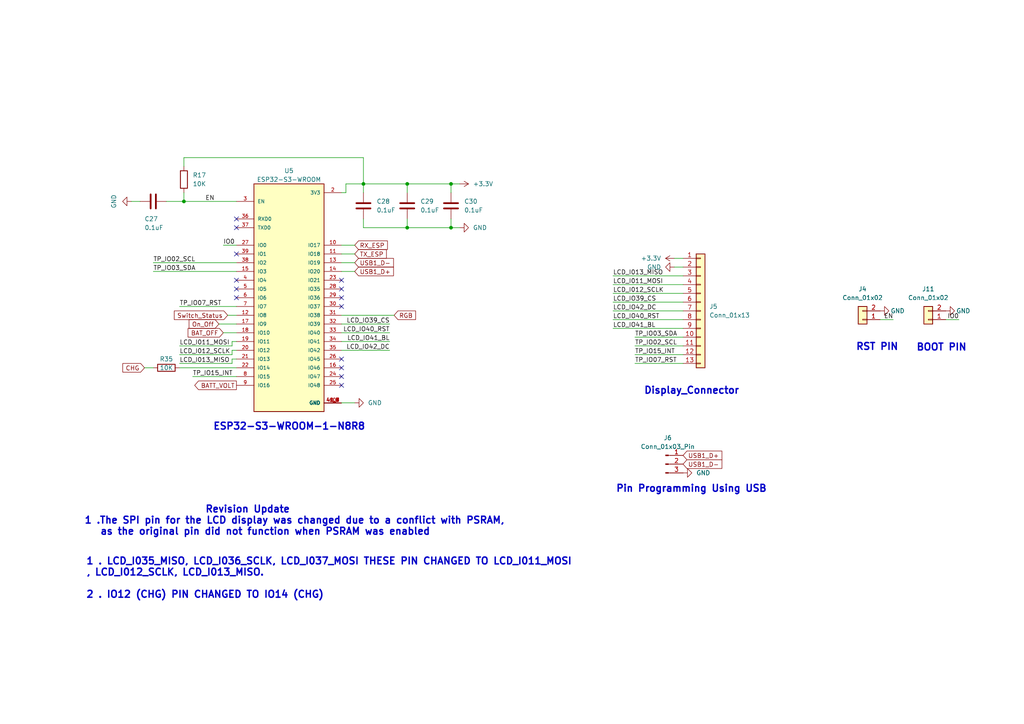
<source format=kicad_sch>
(kicad_sch (version 20250114) (generator "eeschema") (generator_version "9.0")
  (paper "A4")
  (lib_symbols
    (symbol "Connector:Conn_01x03_Pin" (pin_names (offset 1.016) (hide yes))
      (property "Reference" "J" (at 0 5.08 0))
      (property "Value" "Conn_01x03_Pin" (at 0 -5.08 0))
      (symbol "Conn_01x03_Pin_1_1"
        (rectangle (start 0.8636 2.667) (end 0 2.413) (stroke (width 0.1524)) (fill (type outline)))
        (rectangle (start 0.8636 0.127) (end 0 -0.127) (stroke (width 0.1524)) (fill (type outline)))
        (rectangle (start 0.8636 -2.413) (end 0 -2.667) (stroke (width 0.1524)) (fill (type outline)))
        (polyline (pts (xy 1.27 2.54) (xy 0.8636 2.54)) (stroke (width 0.1524)))
        (polyline (pts (xy 1.27 0) (xy 0.8636 0)) (stroke (width 0.1524)))
        (polyline (pts (xy 1.27 -2.54) (xy 0.8636 -2.54)) (stroke (width 0.1524)))
        (pin passive line (at 5.08 2.54 180) (length 3.81) (name "Pin_1") (number "1"))
        (pin passive line (at 5.08 0 180) (length 3.81) (name "Pin_2") (number "2"))
        (pin passive line (at 5.08 -2.54 180) (length 3.81) (name "Pin_3") (number "3"))
      )
    )
    (symbol "Connector_Generic:Conn_01x02" (pin_names (offset 1.016) (hide yes))
      (property "Reference" "J" (at 0 2.54 0))
      (property "Value" "Conn_01x02" (at 0 -5.08 0))
      (symbol "Conn_01x02_1_1"
        (rectangle (start -1.27 1.27) (end 1.27 -3.81) (stroke (width 0.254)) (fill (type background)))
        (rectangle (start -1.27 0.127) (end 0 -0.127) (stroke (width 0.1524)))
        (rectangle (start -1.27 -2.413) (end 0 -2.667) (stroke (width 0.1524)))
        (pin passive line (at -5.08 0 0) (length 3.81) (name "Pin_1") (number "1"))
        (pin passive line (at -5.08 -2.54 0) (length 3.81) (name "Pin_2") (number "2"))
      )
    )
    (symbol "Connector_Generic:Conn_01x13" (pin_names (offset 1.016) (hide yes))
      (property "Reference" "J" (at 0 17.78 0))
      (property "Value" "Conn_01x13" (at 0 -17.78 0))
      (symbol "Conn_01x13_1_1"
        (rectangle (start -1.27 16.51) (end 1.27 -16.51) (stroke (width 0.254)) (fill (type background)))
        (rectangle (start -1.27 15.367) (end 0 15.113) (stroke (width 0.1524)))
        (rectangle (start -1.27 12.827) (end 0 12.573) (stroke (width 0.1524)))
        (rectangle (start -1.27 10.287) (end 0 10.033) (stroke (width 0.1524)))
        (rectangle (start -1.27 7.747) (end 0 7.493) (stroke (width 0.1524)))
        (rectangle (start -1.27 5.207) (end 0 4.953) (stroke (width 0.1524)))
        (rectangle (start -1.27 2.667) (end 0 2.413) (stroke (width 0.1524)))
        (rectangle (start -1.27 0.127) (end 0 -0.127) (stroke (width 0.1524)))
        (rectangle (start -1.27 -2.413) (end 0 -2.667) (stroke (width 0.1524)))
        (rectangle (start -1.27 -4.953) (end 0 -5.207) (stroke (width 0.1524)))
        (rectangle (start -1.27 -7.493) (end 0 -7.747) (stroke (width 0.1524)))
        (rectangle (start -1.27 -10.033) (end 0 -10.287) (stroke (width 0.1524)))
        (rectangle (start -1.27 -12.573) (end 0 -12.827) (stroke (width 0.1524)))
        (rectangle (start -1.27 -15.113) (end 0 -15.367) (stroke (width 0.1524)))
        (pin passive line (at -5.08 15.24 0) (length 3.81) (name "Pin_1") (number "1"))
        (pin passive line (at -5.08 12.7 0) (length 3.81) (name "Pin_2") (number "2"))
        (pin passive line (at -5.08 10.16 0) (length 3.81) (name "Pin_3") (number "3"))
        (pin passive line (at -5.08 7.62 0) (length 3.81) (name "Pin_4") (number "4"))
        (pin passive line (at -5.08 5.08 0) (length 3.81) (name "Pin_5") (number "5"))
        (pin passive line (at -5.08 2.54 0) (length 3.81) (name "Pin_6") (number "6"))
        (pin passive line (at -5.08 0 0) (length 3.81) (name "Pin_7") (number "7"))
        (pin passive line (at -5.08 -2.54 0) (length 3.81) (name "Pin_8") (number "8"))
        (pin passive line (at -5.08 -5.08 0) (length 3.81) (name "Pin_9") (number "9"))
        (pin passive line (at -5.08 -7.62 0) (length 3.81) (name "Pin_10") (number "10"))
        (pin passive line (at -5.08 -10.16 0) (length 3.81) (name "Pin_11") (number "11"))
        (pin passive line (at -5.08 -12.7 0) (length 3.81) (name "Pin_12") (number "12"))
        (pin passive line (at -5.08 -15.24 0) (length 3.81) (name "Pin_13") (number "13"))
      )
    )
    (symbol "Device:C" (pin_numbers (hide yes)) (pin_names (offset 0.254))
      (property "Reference" "C" (at 0.635 2.54 0))
      (property "Value" "C" (at 0.635 -2.54 0))
      (symbol "C_0_1"
        (polyline (pts (xy -2.032 0.762) (xy 2.032 0.762)) (stroke (width 0.508)))
        (polyline (pts (xy -2.032 -0.762) (xy 2.032 -0.762)) (stroke (width 0.508)))
      )
      (symbol "C_1_1"
        (pin passive line (at 0 3.81 270) (length 2.794) (name "~") (number "1"))
        (pin passive line (at 0 -3.81 90) (length 2.794) (name "~") (number "2"))
      )
    )
    (symbol "Device:R" (pin_numbers (hide yes)) (pin_names (offset 0))
      (property "Reference" "R" (at 2.032 0 90))
      (property "Value" "R" (at 0 0 90))
      (symbol "R_0_1"
        (rectangle (start -1.016 -2.54) (end 1.016 2.54) (stroke (width 0.254)))
      )
      (symbol "R_1_1"
        (pin passive line (at 0 3.81 270) (length 1.27) (name "~") (number "1"))
        (pin passive line (at 0 -3.81 90) (length 1.27) (name "~") (number "2"))
      )
    )
    (symbol "Dotworld:ESP32-S3-WROOM" (pin_names (offset 1.016))
      (property "Reference" "U" (at -10.16 34.1122 0))
      (property "Value" "ESP32-S3-WROOM" (at -10.16 -35.56 0))
      (symbol "ESP32-S3-WROOM_0_0"
        (rectangle (start -10.16 -33.02) (end 10.16 33.02) (stroke (width 0.254)) (fill (type background)))
        (pin input line (at -15.24 27.94 0) (length 5.08) (name "EN") (number "3"))
        (pin bidirectional line (at -15.24 22.86 0) (length 5.08) (name "RXD0") (number "36"))
        (pin bidirectional line (at -15.24 20.32 0) (length 5.08) (name "TXD0") (number "37"))
        (pin bidirectional line (at -15.24 15.24 0) (length 5.08) (name "IO0") (number "27"))
        (pin bidirectional line (at -15.24 12.7 0) (length 5.08) (name "IO1") (number "39"))
        (pin bidirectional line (at -15.24 10.16 0) (length 5.08) (name "IO2") (number "38"))
        (pin bidirectional line (at -15.24 7.62 0) (length 5.08) (name "IO3") (number "15"))
        (pin bidirectional line (at -15.24 5.08 0) (length 5.08) (name "IO4") (number "4"))
        (pin bidirectional line (at -15.24 2.54 0) (length 5.08) (name "IO5") (number "5"))
        (pin bidirectional line (at -15.24 0 0) (length 5.08) (name "IO6") (number "6"))
        (pin bidirectional line (at -15.24 -2.54 0) (length 5.08) (name "IO7") (number "7"))
        (pin bidirectional line (at -15.24 -5.08 0) (length 5.08) (name "IO8") (number "12"))
        (pin bidirectional line (at -15.24 -7.62 0) (length 5.08) (name "IO9") (number "17"))
        (pin bidirectional line (at -15.24 -10.16 0) (length 5.08) (name "IO10") (number "18"))
        (pin bidirectional line (at -15.24 -12.7 0) (length 5.08) (name "IO11") (number "19"))
        (pin bidirectional line (at -15.24 -15.24 0) (length 5.08) (name "IO12") (number "20"))
        (pin bidirectional line (at -15.24 -17.78 0) (length 5.08) (name "IO13") (number "21"))
        (pin bidirectional line (at -15.24 -20.32 0) (length 5.08) (name "IO14") (number "22"))
        (pin bidirectional line (at -15.24 -22.86 0) (length 5.08) (name "IO15") (number "8"))
        (pin bidirectional line (at -15.24 -25.4 0) (length 5.08) (name "IO16") (number "9"))
        (pin power_in line (at 15.24 30.48 180) (length 5.08) (name "3V3") (number "2"))
        (pin bidirectional line (at 15.24 15.24 180) (length 5.08) (name "IO17") (number "10"))
        (pin bidirectional line (at 15.24 12.7 180) (length 5.08) (name "IO18") (number "11"))
        (pin bidirectional line (at 15.24 10.16 180) (length 5.08) (name "IO19") (number "13"))
        (pin bidirectional line (at 15.24 7.62 180) (length 5.08) (name "IO20") (number "14"))
        (pin bidirectional line (at 15.24 5.08 180) (length 5.08) (name "IO21") (number "23"))
        (pin bidirectional line (at 15.24 2.54 180) (length 5.08) (name "IO35") (number "28"))
        (pin bidirectional line (at 15.24 0 180) (length 5.08) (name "IO36") (number "29"))
        (pin bidirectional line (at 15.24 -2.54 180) (length 5.08) (name "IO37") (number "30"))
        (pin bidirectional line (at 15.24 -5.08 180) (length 5.08) (name "IO38") (number "31"))
        (pin bidirectional line (at 15.24 -7.62 180) (length 5.08) (name "IO39") (number "32"))
        (pin bidirectional line (at 15.24 -10.16 180) (length 5.08) (name "IO40") (number "33"))
        (pin bidirectional line (at 15.24 -12.7 180) (length 5.08) (name "IO41") (number "34"))
        (pin bidirectional line (at 15.24 -15.24 180) (length 5.08) (name "IO42") (number "35"))
        (pin bidirectional line (at 15.24 -17.78 180) (length 5.08) (name "IO45") (number "26"))
        (pin bidirectional line (at 15.24 -20.32 180) (length 5.08) (name "IO46") (number "16"))
        (pin bidirectional line (at 15.24 -22.86 180) (length 5.08) (name "IO47") (number "24"))
        (pin bidirectional line (at 15.24 -25.4 180) (length 5.08) (name "IO48") (number "25"))
        (pin power_in line (at 15.24 -30.48 180) (length 5.08) (name "GND") (number "1"))
        (pin power_in line (at 15.24 -30.48 180) (length 5.08) (name "GND") (number "40"))
        (pin power_in line (at 15.24 -30.48 180) (length 5.08) (name "GND") (number "41_1"))
        (pin power_in line (at 15.24 -30.48 180) (length 5.08) (name "GND") (number "41_2"))
        (pin power_in line (at 15.24 -30.48 180) (length 5.08) (name "GND") (number "41_3"))
        (pin power_in line (at 15.24 -30.48 180) (length 5.08) (name "GND") (number "41_4"))
        (pin power_in line (at 15.24 -30.48 180) (length 5.08) (name "GND") (number "41_5"))
        (pin power_in line (at 15.24 -30.48 180) (length 5.08) (name "GND") (number "41_6"))
        (pin power_in line (at 15.24 -30.48 180) (length 5.08) (name "GND") (number "41_7"))
        (pin power_in line (at 15.24 -30.48 180) (length 5.08) (name "GND") (number "41_8"))
        (pin power_in line (at 15.24 -30.48 180) (length 5.08) (name "GND") (number "41_9"))
      )
    )
    (symbol "GND_1" (power) (pin_names (offset 0))
      (property "Value" "GND_1" (at 0 -3.81 0))
      (symbol "GND_1_0_1"
        (polyline (pts (xy 0 0) (xy 0 -1.27) (xy 1.27 -1.27) (xy 0 -2.54) (xy -1.27 -1.27) (xy 0 -1.27)))
      )
      (symbol "GND_1_1_1"
        (pin power_in line (at 0 0 270) (length 0) (hide yes) (name "GND") (number "1"))
      )
    )
    (symbol "GND_2" (power) (pin_names (offset 0))
      (property "Value" "GND_2" (at 0 -3.81 0))
      (symbol "GND_2_0_1"
        (polyline (pts (xy 0 0) (xy 0 -1.27) (xy 1.27 -1.27) (xy 0 -2.54) (xy -1.27 -1.27) (xy 0 -1.27)))
      )
      (symbol "GND_2_1_1"
        (pin power_in line (at 0 0 270) (length 0) (hide yes) (name "GND") (number "1"))
      )
    )
    (symbol "power:+3.3V" (power) (pin_names (offset 0))
      (property "Value" "+3.3V" (at 0 3.556 0))
      (symbol "+3.3V_0_1"
        (polyline (pts (xy -0.762 1.27) (xy 0 2.54)))
        (polyline (pts (xy 0 2.54) (xy 0.762 1.27)))
        (polyline (pts (xy 0 0) (xy 0 2.54)))
      )
      (symbol "+3.3V_1_1"
        (pin power_in line (at 0 0 90) (length 0) (hide yes) (name "+3.3V") (number "1"))
      )
    )
    (symbol "power:GND" (power) (pin_names (offset 0))
      (property "Value" "GND" (at 0 -3.81 0))
      (symbol "GND_0_1"
        (polyline (pts (xy 0 0) (xy 0 -1.27) (xy 1.27 -1.27) (xy 0 -2.54) (xy -1.27 -1.27) (xy 0 -1.27)))
      )
      (symbol "GND_1_1"
        (pin power_in line (at 0 0 270) (length 0) (hide yes) (name "GND") (number "1"))
      )
    )
  )
  (text "                       Revision Update\n1 .The SPI pin for the LCD display was changed due to a conflict with PSRAM,\n   as the original pin did not function when PSRAM was enabled\n" (at 24.384 155.448 0) (effects (font (size 2 2) (thickness 0.4) (bold yes)) (justify left bottom)))
  (text "RST PIN\n" (at 248.158 101.854 0) (effects (font (size 2 2) (thickness 0.4) (bold yes)) (justify left bottom)))
  (text "Pin Programming Using USB" (at 178.562 143.002 0) (effects (font (size 2 2) (thickness 0.4) (bold yes)) (justify left bottom)))
  (text "Display_Connector" (at 186.69 114.554 0) (effects (font (size 2 2) (thickness 0.4) (bold yes)) (justify left bottom)))
  (text "1 . LCD_I035_MISO, LCD_I036_SCLK, LCD_I037_MOSI THESE PIN CHANGED TO LCD_I011_MOSI\n, LCD_I012_SCLK, LCD_I013_MISO.\n\n2 . IO12 (CHG) PIN CHANGED TO IO14 (CHG)" (at 24.892 173.736 0) (effects (font (size 2 2) (thickness 0.4) (bold yes)) (justify left bottom)))
  (text " ESP32-S3-WROOM-1-N8R8" (at 60.198 124.968 0) (effects (font (size 2 2) (thickness 0.4) (bold yes)) (justify left bottom)))
  (text "BOOT PIN\n\n\n" (at 265.684 108.458 0) (effects (font (size 2 2) (thickness 0.4) (bold yes)) (justify left bottom)))
  (junction (at 105.41 53.34))
  (junction (at 53.34 58.42))
  (junction (at 130.81 66.04))
  (junction (at 118.11 53.34))
  (junction (at 118.11 66.04))
  (junction (at 130.81 53.34))
  (no_connect (at 68.58 73.66))
  (no_connect (at 68.58 83.82))
  (no_connect (at 99.06 109.22))
  (no_connect (at 99.06 104.14))
  (no_connect (at 99.06 106.68))
  (no_connect (at 68.58 66.04))
  (no_connect (at 68.58 63.5))
  (no_connect (at 99.06 86.36))
  (no_connect (at 99.06 111.76))
  (no_connect (at 68.58 81.28))
  (no_connect (at 99.06 88.9))
  (no_connect (at 99.06 81.28))
  (no_connect (at 99.06 83.82))
  (no_connect (at 68.58 86.36))
  (wire (pts (xy 53.34 45.72) (xy 105.41 45.72)))
  (wire (pts (xy 52.07 100.33) (xy 67.31 100.33)))
  (wire (pts (xy 102.87 116.84) (xy 99.06 116.84)))
  (wire (pts (xy 99.06 99.06) (xy 113.03 99.06)))
  (wire (pts (xy 130.81 66.04) (xy 130.81 63.5)))
  (wire (pts (xy 105.41 55.88) (xy 105.41 53.34)))
  (wire (pts (xy 195.58 77.47) (xy 198.12 77.47)))
  (wire (pts (xy 177.8 80.01) (xy 198.12 80.01)))
  (wire (pts (xy 53.34 45.72) (xy 53.34 48.26)))
  (wire (pts (xy 67.31 102.87) (xy 52.07 102.87)))
  (wire (pts (xy 64.77 96.52) (xy 68.58 96.52)))
  (wire (pts (xy 177.8 82.55) (xy 198.12 82.55)))
  (wire (pts (xy 105.41 45.72) (xy 105.41 53.34)))
  (wire (pts (xy 67.31 102.87) (xy 67.31 101.6)))
  (wire (pts (xy 177.8 90.17) (xy 198.12 90.17)))
  (wire (pts (xy 99.06 101.6) (xy 113.03 101.6)))
  (wire (pts (xy 44.45 76.2) (xy 68.58 76.2)))
  (wire (pts (xy 133.35 66.04) (xy 130.81 66.04)))
  (wire (pts (xy 118.11 63.5) (xy 118.11 66.04)))
  (wire (pts (xy 133.35 53.34) (xy 130.81 53.34)))
  (wire (pts (xy 53.34 58.42) (xy 68.58 58.42)))
  (wire (pts (xy 67.31 101.6) (xy 68.58 101.6)))
  (wire (pts (xy 41.91 106.68) (xy 44.45 106.68)))
  (wire (pts (xy 99.06 73.66) (xy 102.87 73.66)))
  (wire (pts (xy 184.15 102.87) (xy 198.12 102.87)))
  (wire (pts (xy 67.31 104.14) (xy 67.31 105.41)))
  (wire (pts (xy 53.34 55.88) (xy 53.34 58.42)))
  (wire (pts (xy 274.32 92.71) (xy 278.13 92.71)))
  (wire (pts (xy 184.15 100.33) (xy 198.12 100.33)))
  (wire (pts (xy 99.06 93.98) (xy 113.03 93.98)))
  (wire (pts (xy 38.1 58.42) (xy 40.64 58.42)))
  (wire (pts (xy 52.07 106.68) (xy 68.58 106.68)))
  (wire (pts (xy 102.87 78.74) (xy 99.06 78.74)))
  (wire (pts (xy 130.81 53.34) (xy 130.81 55.88)))
  (wire (pts (xy 100.33 55.88) (xy 99.06 55.88)))
  (wire (pts (xy 184.15 97.79) (xy 198.12 97.79)))
  (wire (pts (xy 52.07 88.9) (xy 68.58 88.9)))
  (wire (pts (xy 48.26 58.42) (xy 53.34 58.42)))
  (wire (pts (xy 195.58 74.93) (xy 198.12 74.93)))
  (wire (pts (xy 105.41 63.5) (xy 105.41 66.04)))
  (wire (pts (xy 177.8 85.09) (xy 198.12 85.09)))
  (wire (pts (xy 177.8 92.71) (xy 198.12 92.71)))
  (wire (pts (xy 118.11 53.34) (xy 130.81 53.34)))
  (wire (pts (xy 114.3 91.44) (xy 99.06 91.44)))
  (wire (pts (xy 105.41 66.04) (xy 118.11 66.04)))
  (wire (pts (xy 177.8 87.63) (xy 198.12 87.63)))
  (wire (pts (xy 67.31 100.33) (xy 67.31 99.06)))
  (wire (pts (xy 44.45 78.74) (xy 68.58 78.74)))
  (wire (pts (xy 255.27 92.71) (xy 259.08 92.71)))
  (wire (pts (xy 68.58 104.14) (xy 67.31 104.14)))
  (wire (pts (xy 102.87 76.2) (xy 99.06 76.2)))
  (wire (pts (xy 118.11 66.04) (xy 130.81 66.04)))
  (wire (pts (xy 64.77 71.12) (xy 68.58 71.12)))
  (wire (pts (xy 184.15 105.41) (xy 198.12 105.41)))
  (wire (pts (xy 100.33 53.34) (xy 105.41 53.34)))
  (wire (pts (xy 177.8 95.25) (xy 198.12 95.25)))
  (wire (pts (xy 67.31 99.06) (xy 68.58 99.06)))
  (wire (pts (xy 113.03 96.52) (xy 99.06 96.52)))
  (wire (pts (xy 105.41 53.34) (xy 118.11 53.34)))
  (wire (pts (xy 55.88 109.22) (xy 68.58 109.22)))
  (wire (pts (xy 118.11 53.34) (xy 118.11 55.88)))
  (wire (pts (xy 102.87 71.12) (xy 99.06 71.12)))
  (wire (pts (xy 66.04 91.44) (xy 68.58 91.44)))
  (wire (pts (xy 63.5 93.98) (xy 68.58 93.98)))
  (wire (pts (xy 100.33 55.88) (xy 100.33 53.34)))
  (wire (pts (xy 52.07 105.41) (xy 67.31 105.41)))
  (label "TP_IO15_INT" (at 55.88 109.22 0))
  (label "LCD_I011_MOSI" (at 177.8 82.55 0))
  (label "LCD_I013_MISO" (at 177.8 80.01 0))
  (label "IO0" (at 64.77 71.12 0))
  (label "LCD_I012_SCLK" (at 177.8 85.09 0))
  (label "LCD_I012_SCLK" (at 52.07 102.87 0))
  (label "TP_IO03_SDA" (at 44.45 78.74 0))
  (label "LCD_IO40_RST" (at 177.8 92.71 0))
  (label "EN" (at 62.23 58.42 180))
  (label "EN" (at 259.08 92.71 180))
  (label "TP_IO07_RST" (at 184.15 105.41 0))
  (label "TP_IO02_SCL" (at 44.45 76.2 0))
  (label "TP_IO03_SDA" (at 184.15 97.79 0))
  (label "LCD_IO42_DC" (at 113.03 101.6 180))
  (label "TP_IO07_RST" (at 52.07 88.9 0))
  (label "LCD_IO40_RST" (at 113.03 96.52 180))
  (label "LCD_IO39_CS" (at 113.03 93.98 180))
  (label "TP_IO15_INT" (at 184.15 102.87 0))
  (label "LCD_IO39_CS" (at 177.8 87.63 0))
  (label "LCD_I011_MOSI" (at 52.07 100.33 0))
  (label "LCD_IO42_DC" (at 177.8 90.17 0))
  (label "LCD_I013_MISO" (at 52.07 105.41 0))
  (label "LCD_IO41_BL" (at 113.03 99.06 180))
  (label "TP_IO02_SCL" (at 184.15 100.33 0))
  (label "LCD_IO41_BL" (at 177.8 95.25 0))
  (label "IO0" (at 278.13 92.71 180))
  (global_label "On_Off" (shape input) (at 63.5 93.98 180) (property "Intersheetrefs" "${INTERSHEET_REFS}" (effects (hide yes))))
  (global_label "RX_ESP" (shape input) (at 102.87 71.12 0) (property "Intersheetrefs" "${INTERSHEET_REFS}" (effects (hide yes))))
  (global_label "USB1_D+" (shape input) (at 102.87 78.74 0) (property "Intersheetrefs" "${INTERSHEET_REFS}" (effects (hide yes))))
  (global_label "TX_ESP" (shape input) (at 102.87 73.66 0) (property "Intersheetrefs" "${INTERSHEET_REFS}" (effects (hide yes))))
  (global_label "RGB" (shape input) (at 114.3 91.44 0) (property "Intersheetrefs" "${INTERSHEET_REFS}" (effects (hide yes))))
  (global_label "BATT_VOLT" (shape output) (at 68.58 111.76 180) (property "Intersheetrefs" "${INTERSHEET_REFS}" (effects (hide yes))))
  (global_label "USB1_D-" (shape input) (at 102.87 76.2 0) (property "Intersheetrefs" "${INTERSHEET_REFS}" (effects (hide yes))))
  (global_label "USB1_D+" (shape input) (at 198.12 132.08 0) (property "Intersheetrefs" "${INTERSHEET_REFS}" (effects (hide yes))))
  (global_label "USB1_D-" (shape input) (at 198.12 134.62 0) (property "Intersheetrefs" "${INTERSHEET_REFS}" (effects (hide yes))))
  (global_label "BAT_OFF" (shape input) (at 64.77 96.52 180) (property "Intersheetrefs" "${INTERSHEET_REFS}" (effects (hide yes))))
  (global_label "CHG" (shape input) (at 41.91 106.68 180) (property "Intersheetrefs" "${INTERSHEET_REFS}" (effects (hide yes))))
  (global_label "Switch_Status" (shape input) (at 66.04 91.44 180) (property "Intersheetrefs" "${INTERSHEET_REFS}" (effects (hide yes))))
  (symbol (lib_id "Device:C") (at 105.41 59.69 0) (unit 1)
    (property "Reference" "C28" (at 109.22 58.42 0) (effects (justify left)))
    (property "Value" "0.1uF" (at 109.22 60.96 0) (effects (justify left)))
    (property "Footprint" "Capacitor_SMD:C_0603_1608Metric" (effects (hide yes)))
  )
  (symbol (lib_id "Device:C") (at 44.45 58.42 270) (unit 1)
    (property "Reference" "C27" (at 41.91 63.5 90) (effects (justify left)))
    (property "Value" "0.1uF" (at 41.91 66.04 90) (effects (justify left)))
    (property "Footprint" "Capacitor_SMD:C_0603_1608Metric" (effects (hide yes)))
  )
  (symbol (lib_id "power:GND") (at 198.12 137.16 90) (unit 1)
    (property "Reference" "#PWR043" (effects (hide yes)))
    (property "Value" "GND" (at 201.93 137.16 90) (effects (justify right)))
  )
  (symbol (lib_id "Device:R") (at 53.34 52.07 180) (unit 1)
    (property "Reference" "R17" (at 55.88 50.8 0) (effects (justify right)))
    (property "Value" "10K" (at 55.88 53.34 0) (effects (justify right)))
    (property "Footprint" "Resistor_SMD:R_0402_1005Metric" (effects (hide yes)))
  )
  (symbol (lib_id "Device:R") (at 48.26 106.68 270) (unit 1)
    (property "Reference" "R35" (at 48.26 104.14 90))
    (property "Value" "10K" (at 48.26 106.68 90))
    (property "Footprint" "Resistor_SMD:R_0402_1005Metric" (effects (hide yes)))
  )
  (symbol (lib_id "Dotworld:ESP32-S3-WROOM") (at 83.82 86.36 0) (unit 1)
    (property "Reference" "U5" (at 83.82 49.53 0))
    (property "Value" "ESP32-S3-WROOM" (at 83.82 52.07 0))
    (property "Footprint" "Dotworld:ESP32-S3-WROOM1-N16R8" (effects (hide yes)))
    (property "STANDARD" "Manufacturer Recommendations" (effects (hide yes)))
    (property "MAXIMUM_PACKAGE_HEIGHT" "3.25mm" (effects (hide yes)))
    (property "MANUFACTURER" "Espressif" (effects (hide yes)))
    (property "PARTREV" "v1.0" (effects (hide yes)))
  )
  (symbol (lib_id "Connector_Generic:Conn_01x02") (at 269.24 92.71 180) (unit 1)
    (property "Reference" "J11" (at 269.24 83.82 0))
    (property "Value" "Conn_01x02" (at 269.24 86.36 0))
    (property "Footprint" "Connector_PinHeader_1.27mm:PinHeader_1x02_P1.27mm_Vertical" (effects (hide yes)))
  )
  (symbol (lib_name "GND_1") (lib_id "power:GND") (at 38.1 58.42 270) (unit 1)
    (property "Reference" "#PWR038" (effects (hide yes)))
    (property "Value" "GND" (at 33.02 58.42 0))
  )
  (symbol (lib_id "Connector_Generic:Conn_01x13") (at 203.2 90.17 0) (unit 1)
    (property "Reference" "J5" (at 205.74 88.9 0) (effects (justify left)))
    (property "Value" "Conn_01x13" (at 205.74 91.44 0) (effects (justify left)))
    (property "Footprint" "Connector_JST:JST_GH_SM13B-GHS-TB_1x13-1MP_P1.25mm_Horizontal" (effects (hide yes)))
  )
  (symbol (lib_id "Connector_Generic:Conn_01x02") (at 250.19 92.71 180) (unit 1)
    (property "Reference" "J4" (at 250.19 83.82 0))
    (property "Value" "Conn_01x02" (at 250.19 86.36 0))
    (property "Footprint" "Connector_PinHeader_1.27mm:PinHeader_1x02_P1.27mm_Vertical" (effects (hide yes)))
  )
  (symbol (lib_id "power:GND") (at 255.27 90.17 90) (unit 1)
    (property "Reference" "#PWR036" (effects (hide yes)))
    (property "Value" "GND" (at 260.35 90.17 90))
  )
  (symbol (lib_id "Connector:Conn_01x03_Pin") (at 193.04 134.62 0) (unit 1)
    (property "Reference" "J6" (at 193.675 127 0))
    (property "Value" "Conn_01x03_Pin" (at 193.675 129.54 0))
    (property "Footprint" "Connector_PinHeader_2.00mm:PinHeader_1x03_P2.00mm_Vertical" (effects (hide yes)))
  )
  (symbol (lib_id "power:GND") (at 195.58 77.47 270) (unit 1)
    (property "Reference" "#PWR041" (effects (hide yes)))
    (property "Value" "GND" (at 191.77 77.47 90) (effects (justify right)))
  )
  (symbol (lib_id "power:+3.3V") (at 133.35 53.34 270) (unit 1)
    (property "Reference" "#PWR037" (effects (hide yes)))
    (property "Value" "+3.3V" (at 137.16 53.34 90) (effects (justify left)))
  )
  (symbol (lib_id "power:GND") (at 274.32 90.17 90) (unit 1)
    (property "Reference" "#PWR068" (effects (hide yes)))
    (property "Value" "GND" (at 279.4 90.17 90))
  )
  (symbol (lib_id "Device:C") (at 130.81 59.69 0) (unit 1)
    (property "Reference" "C30" (at 134.62 58.42 0) (effects (justify left)))
    (property "Value" "0.1uF" (at 134.62 60.96 0) (effects (justify left)))
    (property "Footprint" "Capacitor_SMD:C_0603_1608Metric" (effects (hide yes)))
  )
  (symbol (lib_id "Device:C") (at 118.11 59.69 0) (unit 1)
    (property "Reference" "C29" (at 121.92 58.42 0) (effects (justify left)))
    (property "Value" "0.1uF" (at 121.92 60.96 0) (effects (justify left)))
    (property "Footprint" "Capacitor_SMD:C_0603_1608Metric" (effects (hide yes)))
  )
  (symbol (lib_name "GND_2") (lib_id "power:GND") (at 102.87 116.84 90) (unit 1)
    (property "Reference" "#PWR042" (effects (hide yes)))
    (property "Value" "GND" (at 106.68 116.84 90) (effects (justify right)))
  )
  (symbol (lib_id "power:+3.3V") (at 195.58 74.93 90) (unit 1)
    (property "Reference" "#PWR039" (effects (hide yes)))
    (property "Value" "+3.3V" (at 191.77 74.93 90) (effects (justify left)))
  )
  (symbol (lib_name "GND_1") (lib_id "power:GND") (at 133.35 66.04 90) (unit 1)
    (property "Reference" "#PWR040" (effects (hide yes)))
    (property "Value" "GND" (at 137.16 66.04 90) (effects (justify right)))
  )
)
</source>
